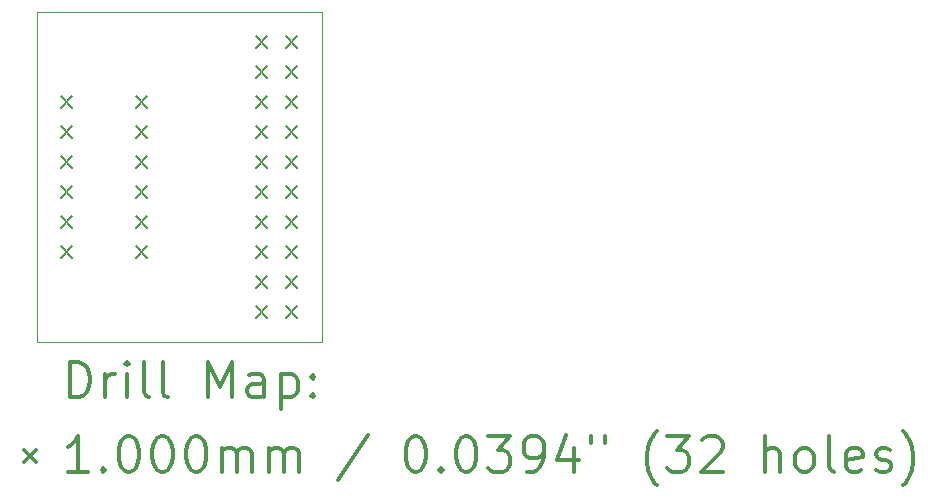
<source format=gbr>
%FSLAX45Y45*%
G04 Gerber Fmt 4.5, Leading zero omitted, Abs format (unit mm)*
G04 Created by KiCad (PCBNEW 5.1.10-1.fc32) date 2021-08-09 17:13:57*
%MOMM*%
%LPD*%
G01*
G04 APERTURE LIST*
%TA.AperFunction,Profile*%
%ADD10C,0.100000*%
%TD*%
%ADD11C,0.200000*%
%ADD12C,0.300000*%
G04 APERTURE END LIST*
D10*
X21209000Y-7366000D02*
X21209000Y-10160000D01*
X18796000Y-7366000D02*
X21209000Y-7366000D01*
X18796000Y-10160000D02*
X18796000Y-7366000D01*
X21209000Y-10160000D02*
X18796000Y-10160000D01*
D11*
X19000000Y-8078000D02*
X19100000Y-8178000D01*
X19100000Y-8078000D02*
X19000000Y-8178000D01*
X19000000Y-8332000D02*
X19100000Y-8432000D01*
X19100000Y-8332000D02*
X19000000Y-8432000D01*
X19000000Y-8586000D02*
X19100000Y-8686000D01*
X19100000Y-8586000D02*
X19000000Y-8686000D01*
X19000000Y-8840000D02*
X19100000Y-8940000D01*
X19100000Y-8840000D02*
X19000000Y-8940000D01*
X19000000Y-9094000D02*
X19100000Y-9194000D01*
X19100000Y-9094000D02*
X19000000Y-9194000D01*
X19000000Y-9348000D02*
X19100000Y-9448000D01*
X19100000Y-9348000D02*
X19000000Y-9448000D01*
X19635000Y-8078000D02*
X19735000Y-8178000D01*
X19735000Y-8078000D02*
X19635000Y-8178000D01*
X19635000Y-8332000D02*
X19735000Y-8432000D01*
X19735000Y-8332000D02*
X19635000Y-8432000D01*
X19635000Y-8586000D02*
X19735000Y-8686000D01*
X19735000Y-8586000D02*
X19635000Y-8686000D01*
X19635000Y-8840000D02*
X19735000Y-8940000D01*
X19735000Y-8840000D02*
X19635000Y-8940000D01*
X19635000Y-9094000D02*
X19735000Y-9194000D01*
X19735000Y-9094000D02*
X19635000Y-9194000D01*
X19635000Y-9348000D02*
X19735000Y-9448000D01*
X19735000Y-9348000D02*
X19635000Y-9448000D01*
X20651000Y-7570000D02*
X20751000Y-7670000D01*
X20751000Y-7570000D02*
X20651000Y-7670000D01*
X20651000Y-7824000D02*
X20751000Y-7924000D01*
X20751000Y-7824000D02*
X20651000Y-7924000D01*
X20651000Y-8078000D02*
X20751000Y-8178000D01*
X20751000Y-8078000D02*
X20651000Y-8178000D01*
X20651000Y-8332000D02*
X20751000Y-8432000D01*
X20751000Y-8332000D02*
X20651000Y-8432000D01*
X20651000Y-8586000D02*
X20751000Y-8686000D01*
X20751000Y-8586000D02*
X20651000Y-8686000D01*
X20651000Y-8840000D02*
X20751000Y-8940000D01*
X20751000Y-8840000D02*
X20651000Y-8940000D01*
X20651000Y-9094000D02*
X20751000Y-9194000D01*
X20751000Y-9094000D02*
X20651000Y-9194000D01*
X20651000Y-9348000D02*
X20751000Y-9448000D01*
X20751000Y-9348000D02*
X20651000Y-9448000D01*
X20651000Y-9602000D02*
X20751000Y-9702000D01*
X20751000Y-9602000D02*
X20651000Y-9702000D01*
X20651000Y-9856000D02*
X20751000Y-9956000D01*
X20751000Y-9856000D02*
X20651000Y-9956000D01*
X20905000Y-7570000D02*
X21005000Y-7670000D01*
X21005000Y-7570000D02*
X20905000Y-7670000D01*
X20905000Y-7824000D02*
X21005000Y-7924000D01*
X21005000Y-7824000D02*
X20905000Y-7924000D01*
X20905000Y-8078000D02*
X21005000Y-8178000D01*
X21005000Y-8078000D02*
X20905000Y-8178000D01*
X20905000Y-8332000D02*
X21005000Y-8432000D01*
X21005000Y-8332000D02*
X20905000Y-8432000D01*
X20905000Y-8586000D02*
X21005000Y-8686000D01*
X21005000Y-8586000D02*
X20905000Y-8686000D01*
X20905000Y-8840000D02*
X21005000Y-8940000D01*
X21005000Y-8840000D02*
X20905000Y-8940000D01*
X20905000Y-9094000D02*
X21005000Y-9194000D01*
X21005000Y-9094000D02*
X20905000Y-9194000D01*
X20905000Y-9348000D02*
X21005000Y-9448000D01*
X21005000Y-9348000D02*
X20905000Y-9448000D01*
X20905000Y-9602000D02*
X21005000Y-9702000D01*
X21005000Y-9602000D02*
X20905000Y-9702000D01*
X20905000Y-9856000D02*
X21005000Y-9956000D01*
X21005000Y-9856000D02*
X20905000Y-9956000D01*
D12*
X19077428Y-10630714D02*
X19077428Y-10330714D01*
X19148857Y-10330714D01*
X19191714Y-10345000D01*
X19220286Y-10373572D01*
X19234571Y-10402143D01*
X19248857Y-10459286D01*
X19248857Y-10502143D01*
X19234571Y-10559286D01*
X19220286Y-10587857D01*
X19191714Y-10616429D01*
X19148857Y-10630714D01*
X19077428Y-10630714D01*
X19377428Y-10630714D02*
X19377428Y-10430714D01*
X19377428Y-10487857D02*
X19391714Y-10459286D01*
X19406000Y-10445000D01*
X19434571Y-10430714D01*
X19463143Y-10430714D01*
X19563143Y-10630714D02*
X19563143Y-10430714D01*
X19563143Y-10330714D02*
X19548857Y-10345000D01*
X19563143Y-10359286D01*
X19577428Y-10345000D01*
X19563143Y-10330714D01*
X19563143Y-10359286D01*
X19748857Y-10630714D02*
X19720286Y-10616429D01*
X19706000Y-10587857D01*
X19706000Y-10330714D01*
X19906000Y-10630714D02*
X19877428Y-10616429D01*
X19863143Y-10587857D01*
X19863143Y-10330714D01*
X20248857Y-10630714D02*
X20248857Y-10330714D01*
X20348857Y-10545000D01*
X20448857Y-10330714D01*
X20448857Y-10630714D01*
X20720286Y-10630714D02*
X20720286Y-10473572D01*
X20706000Y-10445000D01*
X20677428Y-10430714D01*
X20620286Y-10430714D01*
X20591714Y-10445000D01*
X20720286Y-10616429D02*
X20691714Y-10630714D01*
X20620286Y-10630714D01*
X20591714Y-10616429D01*
X20577428Y-10587857D01*
X20577428Y-10559286D01*
X20591714Y-10530714D01*
X20620286Y-10516429D01*
X20691714Y-10516429D01*
X20720286Y-10502143D01*
X20863143Y-10430714D02*
X20863143Y-10730714D01*
X20863143Y-10445000D02*
X20891714Y-10430714D01*
X20948857Y-10430714D01*
X20977428Y-10445000D01*
X20991714Y-10459286D01*
X21006000Y-10487857D01*
X21006000Y-10573572D01*
X20991714Y-10602143D01*
X20977428Y-10616429D01*
X20948857Y-10630714D01*
X20891714Y-10630714D01*
X20863143Y-10616429D01*
X21134571Y-10602143D02*
X21148857Y-10616429D01*
X21134571Y-10630714D01*
X21120286Y-10616429D01*
X21134571Y-10602143D01*
X21134571Y-10630714D01*
X21134571Y-10445000D02*
X21148857Y-10459286D01*
X21134571Y-10473572D01*
X21120286Y-10459286D01*
X21134571Y-10445000D01*
X21134571Y-10473572D01*
X18691000Y-11075000D02*
X18791000Y-11175000D01*
X18791000Y-11075000D02*
X18691000Y-11175000D01*
X19234571Y-11260714D02*
X19063143Y-11260714D01*
X19148857Y-11260714D02*
X19148857Y-10960714D01*
X19120286Y-11003572D01*
X19091714Y-11032143D01*
X19063143Y-11046429D01*
X19363143Y-11232143D02*
X19377428Y-11246429D01*
X19363143Y-11260714D01*
X19348857Y-11246429D01*
X19363143Y-11232143D01*
X19363143Y-11260714D01*
X19563143Y-10960714D02*
X19591714Y-10960714D01*
X19620286Y-10975000D01*
X19634571Y-10989286D01*
X19648857Y-11017857D01*
X19663143Y-11075000D01*
X19663143Y-11146429D01*
X19648857Y-11203571D01*
X19634571Y-11232143D01*
X19620286Y-11246429D01*
X19591714Y-11260714D01*
X19563143Y-11260714D01*
X19534571Y-11246429D01*
X19520286Y-11232143D01*
X19506000Y-11203571D01*
X19491714Y-11146429D01*
X19491714Y-11075000D01*
X19506000Y-11017857D01*
X19520286Y-10989286D01*
X19534571Y-10975000D01*
X19563143Y-10960714D01*
X19848857Y-10960714D02*
X19877428Y-10960714D01*
X19906000Y-10975000D01*
X19920286Y-10989286D01*
X19934571Y-11017857D01*
X19948857Y-11075000D01*
X19948857Y-11146429D01*
X19934571Y-11203571D01*
X19920286Y-11232143D01*
X19906000Y-11246429D01*
X19877428Y-11260714D01*
X19848857Y-11260714D01*
X19820286Y-11246429D01*
X19806000Y-11232143D01*
X19791714Y-11203571D01*
X19777428Y-11146429D01*
X19777428Y-11075000D01*
X19791714Y-11017857D01*
X19806000Y-10989286D01*
X19820286Y-10975000D01*
X19848857Y-10960714D01*
X20134571Y-10960714D02*
X20163143Y-10960714D01*
X20191714Y-10975000D01*
X20206000Y-10989286D01*
X20220286Y-11017857D01*
X20234571Y-11075000D01*
X20234571Y-11146429D01*
X20220286Y-11203571D01*
X20206000Y-11232143D01*
X20191714Y-11246429D01*
X20163143Y-11260714D01*
X20134571Y-11260714D01*
X20106000Y-11246429D01*
X20091714Y-11232143D01*
X20077428Y-11203571D01*
X20063143Y-11146429D01*
X20063143Y-11075000D01*
X20077428Y-11017857D01*
X20091714Y-10989286D01*
X20106000Y-10975000D01*
X20134571Y-10960714D01*
X20363143Y-11260714D02*
X20363143Y-11060714D01*
X20363143Y-11089286D02*
X20377428Y-11075000D01*
X20406000Y-11060714D01*
X20448857Y-11060714D01*
X20477428Y-11075000D01*
X20491714Y-11103572D01*
X20491714Y-11260714D01*
X20491714Y-11103572D02*
X20506000Y-11075000D01*
X20534571Y-11060714D01*
X20577428Y-11060714D01*
X20606000Y-11075000D01*
X20620286Y-11103572D01*
X20620286Y-11260714D01*
X20763143Y-11260714D02*
X20763143Y-11060714D01*
X20763143Y-11089286D02*
X20777428Y-11075000D01*
X20806000Y-11060714D01*
X20848857Y-11060714D01*
X20877428Y-11075000D01*
X20891714Y-11103572D01*
X20891714Y-11260714D01*
X20891714Y-11103572D02*
X20906000Y-11075000D01*
X20934571Y-11060714D01*
X20977428Y-11060714D01*
X21006000Y-11075000D01*
X21020286Y-11103572D01*
X21020286Y-11260714D01*
X21606000Y-10946429D02*
X21348857Y-11332143D01*
X21991714Y-10960714D02*
X22020286Y-10960714D01*
X22048857Y-10975000D01*
X22063143Y-10989286D01*
X22077428Y-11017857D01*
X22091714Y-11075000D01*
X22091714Y-11146429D01*
X22077428Y-11203571D01*
X22063143Y-11232143D01*
X22048857Y-11246429D01*
X22020286Y-11260714D01*
X21991714Y-11260714D01*
X21963143Y-11246429D01*
X21948857Y-11232143D01*
X21934571Y-11203571D01*
X21920286Y-11146429D01*
X21920286Y-11075000D01*
X21934571Y-11017857D01*
X21948857Y-10989286D01*
X21963143Y-10975000D01*
X21991714Y-10960714D01*
X22220286Y-11232143D02*
X22234571Y-11246429D01*
X22220286Y-11260714D01*
X22206000Y-11246429D01*
X22220286Y-11232143D01*
X22220286Y-11260714D01*
X22420286Y-10960714D02*
X22448857Y-10960714D01*
X22477428Y-10975000D01*
X22491714Y-10989286D01*
X22506000Y-11017857D01*
X22520286Y-11075000D01*
X22520286Y-11146429D01*
X22506000Y-11203571D01*
X22491714Y-11232143D01*
X22477428Y-11246429D01*
X22448857Y-11260714D01*
X22420286Y-11260714D01*
X22391714Y-11246429D01*
X22377428Y-11232143D01*
X22363143Y-11203571D01*
X22348857Y-11146429D01*
X22348857Y-11075000D01*
X22363143Y-11017857D01*
X22377428Y-10989286D01*
X22391714Y-10975000D01*
X22420286Y-10960714D01*
X22620286Y-10960714D02*
X22806000Y-10960714D01*
X22706000Y-11075000D01*
X22748857Y-11075000D01*
X22777428Y-11089286D01*
X22791714Y-11103572D01*
X22806000Y-11132143D01*
X22806000Y-11203571D01*
X22791714Y-11232143D01*
X22777428Y-11246429D01*
X22748857Y-11260714D01*
X22663143Y-11260714D01*
X22634571Y-11246429D01*
X22620286Y-11232143D01*
X22948857Y-11260714D02*
X23006000Y-11260714D01*
X23034571Y-11246429D01*
X23048857Y-11232143D01*
X23077428Y-11189286D01*
X23091714Y-11132143D01*
X23091714Y-11017857D01*
X23077428Y-10989286D01*
X23063143Y-10975000D01*
X23034571Y-10960714D01*
X22977428Y-10960714D01*
X22948857Y-10975000D01*
X22934571Y-10989286D01*
X22920286Y-11017857D01*
X22920286Y-11089286D01*
X22934571Y-11117857D01*
X22948857Y-11132143D01*
X22977428Y-11146429D01*
X23034571Y-11146429D01*
X23063143Y-11132143D01*
X23077428Y-11117857D01*
X23091714Y-11089286D01*
X23348857Y-11060714D02*
X23348857Y-11260714D01*
X23277428Y-10946429D02*
X23206000Y-11160714D01*
X23391714Y-11160714D01*
X23491714Y-10960714D02*
X23491714Y-11017857D01*
X23606000Y-10960714D02*
X23606000Y-11017857D01*
X24048857Y-11375000D02*
X24034571Y-11360714D01*
X24006000Y-11317857D01*
X23991714Y-11289286D01*
X23977428Y-11246429D01*
X23963143Y-11175000D01*
X23963143Y-11117857D01*
X23977428Y-11046429D01*
X23991714Y-11003572D01*
X24006000Y-10975000D01*
X24034571Y-10932143D01*
X24048857Y-10917857D01*
X24134571Y-10960714D02*
X24320286Y-10960714D01*
X24220286Y-11075000D01*
X24263143Y-11075000D01*
X24291714Y-11089286D01*
X24306000Y-11103572D01*
X24320286Y-11132143D01*
X24320286Y-11203571D01*
X24306000Y-11232143D01*
X24291714Y-11246429D01*
X24263143Y-11260714D01*
X24177428Y-11260714D01*
X24148857Y-11246429D01*
X24134571Y-11232143D01*
X24434571Y-10989286D02*
X24448857Y-10975000D01*
X24477428Y-10960714D01*
X24548857Y-10960714D01*
X24577428Y-10975000D01*
X24591714Y-10989286D01*
X24606000Y-11017857D01*
X24606000Y-11046429D01*
X24591714Y-11089286D01*
X24420286Y-11260714D01*
X24606000Y-11260714D01*
X24963143Y-11260714D02*
X24963143Y-10960714D01*
X25091714Y-11260714D02*
X25091714Y-11103572D01*
X25077428Y-11075000D01*
X25048857Y-11060714D01*
X25006000Y-11060714D01*
X24977428Y-11075000D01*
X24963143Y-11089286D01*
X25277428Y-11260714D02*
X25248857Y-11246429D01*
X25234571Y-11232143D01*
X25220286Y-11203571D01*
X25220286Y-11117857D01*
X25234571Y-11089286D01*
X25248857Y-11075000D01*
X25277428Y-11060714D01*
X25320286Y-11060714D01*
X25348857Y-11075000D01*
X25363143Y-11089286D01*
X25377428Y-11117857D01*
X25377428Y-11203571D01*
X25363143Y-11232143D01*
X25348857Y-11246429D01*
X25320286Y-11260714D01*
X25277428Y-11260714D01*
X25548857Y-11260714D02*
X25520286Y-11246429D01*
X25506000Y-11217857D01*
X25506000Y-10960714D01*
X25777428Y-11246429D02*
X25748857Y-11260714D01*
X25691714Y-11260714D01*
X25663143Y-11246429D01*
X25648857Y-11217857D01*
X25648857Y-11103572D01*
X25663143Y-11075000D01*
X25691714Y-11060714D01*
X25748857Y-11060714D01*
X25777428Y-11075000D01*
X25791714Y-11103572D01*
X25791714Y-11132143D01*
X25648857Y-11160714D01*
X25906000Y-11246429D02*
X25934571Y-11260714D01*
X25991714Y-11260714D01*
X26020286Y-11246429D01*
X26034571Y-11217857D01*
X26034571Y-11203571D01*
X26020286Y-11175000D01*
X25991714Y-11160714D01*
X25948857Y-11160714D01*
X25920286Y-11146429D01*
X25906000Y-11117857D01*
X25906000Y-11103572D01*
X25920286Y-11075000D01*
X25948857Y-11060714D01*
X25991714Y-11060714D01*
X26020286Y-11075000D01*
X26134571Y-11375000D02*
X26148857Y-11360714D01*
X26177428Y-11317857D01*
X26191714Y-11289286D01*
X26206000Y-11246429D01*
X26220286Y-11175000D01*
X26220286Y-11117857D01*
X26206000Y-11046429D01*
X26191714Y-11003572D01*
X26177428Y-10975000D01*
X26148857Y-10932143D01*
X26134571Y-10917857D01*
M02*

</source>
